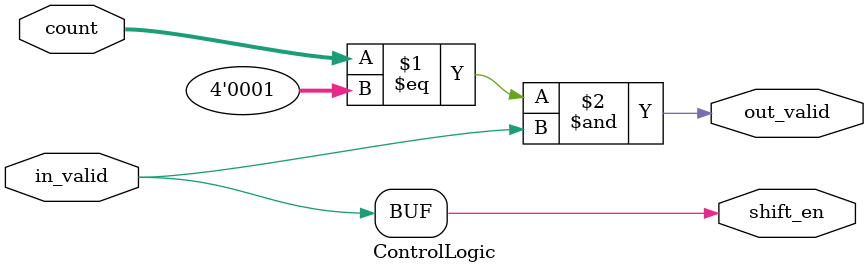
<source format=sv>
module DynamicWidthBridge #(
    parameter IN_W = 32,
    parameter OUT_W = 64
)(
    input clk, rst_n,
    input [IN_W-1:0] data_in,
    input in_valid,
    output [OUT_W-1:0] data_out,
    output out_valid
);
    localparam RATIO = OUT_W / IN_W;
    
    // Internal signals
    wire [OUT_W-1:0] shift_reg_out;
    wire [3:0] count_out;
    wire shift_en;
    
    // Instantiate submodules
    ShiftRegister #(
        .IN_W(IN_W),
        .OUT_W(OUT_W)
    ) shift_reg_inst (
        .clk(clk),
        .rst_n(rst_n),
        .data_in(data_in),
        .shift_en(shift_en),
        .shift_reg_out(shift_reg_out)
    );
    
    Counter #(
        .RATIO(RATIO)
    ) counter_inst (
        .clk(clk),
        .rst_n(rst_n),
        .in_valid(in_valid),
        .count_out(count_out)
    );
    
    ControlLogic #(
        .RATIO(RATIO)
    ) ctrl_inst (
        .count(count_out),
        .in_valid(in_valid),
        .shift_en(shift_en),
        .out_valid(out_valid)
    );
    
    assign data_out = shift_reg_out;

endmodule

// Shift register submodule
module ShiftRegister #(
    parameter IN_W = 32,
    parameter OUT_W = 64
)(
    input clk, rst_n,
    input [IN_W-1:0] data_in,
    input shift_en,
    output reg [OUT_W-1:0] shift_reg_out
);
    always @(posedge clk or negedge rst_n) begin
        if (!rst_n) begin
            shift_reg_out <= 0;
        end else if (shift_en) begin
            shift_reg_out <= {shift_reg_out[OUT_W-IN_W-1:0], data_in};
        end
    end
endmodule

// Counter submodule
module Counter #(
    parameter RATIO = 2
)(
    input clk, rst_n,
    input in_valid,
    output reg [3:0] count_out
);
    always @(posedge clk or negedge rst_n) begin
        if (!rst_n) begin
            count_out <= 0;
        end else if (in_valid) begin
            count_out <= (count_out == RATIO-1) ? 0 : count_out + 1;
        end
    end
endmodule

// Control logic submodule
module ControlLogic #(
    parameter RATIO = 2
)(
    input [3:0] count,
    input in_valid,
    output shift_en,
    output out_valid
);
    assign shift_en = in_valid;
    assign out_valid = (count == RATIO-1) & in_valid;
endmodule
</source>
